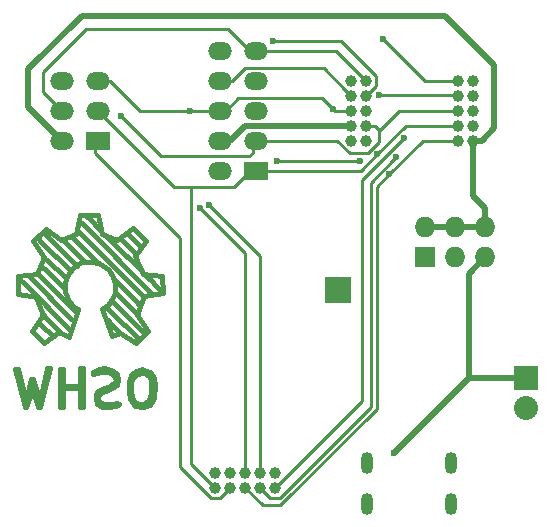
<source format=gbr>
G04 #@! TF.FileFunction,Copper,L2,Bot,Signal*
%FSLAX46Y46*%
G04 Gerber Fmt 4.6, Leading zero omitted, Abs format (unit mm)*
G04 Created by KiCad (PCBNEW (2015-05-09 BZR 5648)-product) date fre 07 aug 2015 21:35:44 CEST*
%MOMM*%
G01*
G04 APERTURE LIST*
%ADD10C,0.100000*%
%ADD11C,0.381000*%
%ADD12R,2.000000X1.500000*%
%ADD13O,2.000000X1.500000*%
%ADD14C,1.000000*%
%ADD15O,1.050000X1.850000*%
%ADD16R,1.727200X1.727200*%
%ADD17O,1.727200X1.727200*%
%ADD18R,2.032000X2.032000*%
%ADD19O,2.032000X2.032000*%
%ADD20R,2.235200X2.235200*%
%ADD21C,0.600000*%
%ADD22C,0.254000*%
%ADD23C,0.508000*%
G04 APERTURE END LIST*
D10*
D11*
X113990120Y-103662480D02*
X119890540Y-109562900D01*
X119590820Y-108262420D02*
X119090440Y-107762040D01*
X114990880Y-106662220D02*
X115290600Y-106961940D01*
X116989860Y-109661960D02*
X116791740Y-109461300D01*
X117990620Y-104663240D02*
X117789960Y-104462580D01*
X118491000Y-105161080D02*
X118889780Y-105562400D01*
X117490240Y-105161080D02*
X117190520Y-104861360D01*
X116489480Y-105161080D02*
X115991640Y-104663240D01*
X114490500Y-103162100D02*
X114289840Y-102961440D01*
X113990120Y-103662480D02*
X113690400Y-103362760D01*
X113990120Y-104663240D02*
X113489740Y-104162860D01*
X112491520Y-105161080D02*
X112389920Y-105062020D01*
X113489740Y-105161080D02*
X113090960Y-104762300D01*
X110990380Y-104663240D02*
X110690660Y-104360980D01*
X110490000Y-105161080D02*
X110190280Y-104861360D01*
X118491000Y-110162340D02*
X118790720Y-110462060D01*
X116989860Y-108661200D02*
X116690140Y-108361480D01*
X119090440Y-112661700D02*
X119291100Y-112862360D01*
X116989860Y-110662720D02*
X116489480Y-110162340D01*
X118491000Y-113162080D02*
X118691660Y-113362740D01*
X116489480Y-111163100D02*
X115991640Y-110662720D01*
X116489480Y-112161320D02*
X116090700Y-111762540D01*
X110990380Y-107662980D02*
X110490000Y-107162600D01*
X110490000Y-108160820D02*
X110190280Y-107861100D01*
X110990380Y-111660940D02*
X110591600Y-111262160D01*
X108991400Y-108661200D02*
X108590080Y-108262420D01*
X110490000Y-112161320D02*
X111490760Y-113162080D01*
X110990380Y-111660940D02*
X111991140Y-112661700D01*
X108991400Y-108661200D02*
X112989360Y-112661700D01*
X109489240Y-108160820D02*
X112989360Y-111660940D01*
X110490000Y-108160820D02*
X113489740Y-111163100D01*
X116489480Y-112161320D02*
X116989860Y-112661700D01*
X116489480Y-111163100D02*
X118491000Y-113162080D01*
X116989860Y-110662720D02*
X118991380Y-112661700D01*
X116989860Y-109661960D02*
X118491000Y-111163100D01*
X116989860Y-108661200D02*
X118491000Y-110162340D01*
X114490500Y-103162100D02*
X115491260Y-104162860D01*
X117990620Y-104663240D02*
X118491000Y-105161080D01*
X117490240Y-105161080D02*
X118491000Y-106161840D01*
X119491760Y-108160820D02*
X120489980Y-109161580D01*
X116489480Y-105161080D02*
X118991380Y-107662980D01*
X113990120Y-104663240D02*
X118991380Y-109661960D01*
X110990380Y-107662980D02*
X112491520Y-109161580D01*
X110990380Y-106662220D02*
X112491520Y-108160820D01*
X113489740Y-105161080D02*
X114990880Y-106662220D01*
X110490000Y-105161080D02*
X112989360Y-107662980D01*
X110990380Y-104663240D02*
X113489740Y-107162600D01*
X112491520Y-105161080D02*
X113990120Y-106662220D01*
X109689900Y-116961920D02*
X109689900Y-117561360D01*
X111191040Y-115862100D02*
X110390940Y-119161560D01*
X110390940Y-119161560D02*
X110190280Y-119161560D01*
X110190280Y-119161560D02*
X109791500Y-117762020D01*
X109791500Y-117762020D02*
X109689900Y-117762020D01*
X109689900Y-117762020D02*
X109189520Y-119161560D01*
X109189520Y-119161560D02*
X109090460Y-119161560D01*
X109090460Y-119161560D02*
X108290360Y-115961160D01*
X108290360Y-115961160D02*
X108491020Y-115961160D01*
X108491020Y-115961160D02*
X109189520Y-118562120D01*
X109189520Y-118562120D02*
X109590840Y-116761260D01*
X109590840Y-116761260D02*
X109791500Y-116761260D01*
X109791500Y-116761260D02*
X110390940Y-118562120D01*
X110390940Y-118562120D02*
X110990380Y-115862100D01*
X110990380Y-115862100D02*
X111191040Y-115862100D01*
X113891060Y-117363240D02*
X112389920Y-117363240D01*
X112389920Y-117363240D02*
X112389920Y-117561360D01*
X112389920Y-117561360D02*
X113789460Y-117561360D01*
X112290860Y-115961160D02*
X112290860Y-119161560D01*
X112290860Y-119161560D02*
X112090200Y-119161560D01*
X112090200Y-119161560D02*
X112090200Y-115961160D01*
X112090200Y-115961160D02*
X112290860Y-115961160D01*
X113789460Y-115862100D02*
X113891060Y-115862100D01*
X113990120Y-115862100D02*
X113990120Y-119161560D01*
X113990120Y-119161560D02*
X113789460Y-119161560D01*
X113789460Y-119161560D02*
X113789460Y-115862100D01*
X114889280Y-116161820D02*
X114990880Y-116062760D01*
X114990880Y-116062760D02*
X115389660Y-115961160D01*
X115389660Y-115961160D02*
X115890040Y-115862100D01*
X115890040Y-115862100D02*
X116591080Y-116062760D01*
X116591080Y-116062760D02*
X116890800Y-116362480D01*
X116890800Y-116362480D02*
X116989860Y-116862860D01*
X116989860Y-116862860D02*
X116890800Y-117261640D01*
X116890800Y-117261640D02*
X116489480Y-117561360D01*
X116489480Y-117561360D02*
X115991640Y-117762020D01*
X115991640Y-117762020D02*
X115590320Y-117861080D01*
X115590320Y-117861080D02*
X115389660Y-118061740D01*
X115389660Y-118061740D02*
X115290600Y-118361460D01*
X115290600Y-118361460D02*
X115389660Y-118661180D01*
X115389660Y-118661180D02*
X115689380Y-118861840D01*
X115689380Y-118861840D02*
X116090700Y-118861840D01*
X116090700Y-118861840D02*
X116591080Y-118861840D01*
X116591080Y-118861840D02*
X116890800Y-118762780D01*
X116890800Y-118762780D02*
X117091460Y-118861840D01*
X117091460Y-118861840D02*
X116791740Y-119062500D01*
X116791740Y-119062500D02*
X116189760Y-119161560D01*
X116189760Y-119161560D02*
X115590320Y-119161560D01*
X115590320Y-119161560D02*
X115191540Y-118861840D01*
X115191540Y-118861840D02*
X115089940Y-118361460D01*
X115089940Y-118361460D02*
X115089940Y-118061740D01*
X115089940Y-118061740D02*
X115290600Y-117762020D01*
X115290600Y-117762020D02*
X115790980Y-117561360D01*
X115790980Y-117561360D02*
X116291360Y-117363240D01*
X116291360Y-117363240D02*
X116690140Y-117060980D01*
X116690140Y-117060980D02*
X116791740Y-116761260D01*
X116791740Y-116761260D02*
X116591080Y-116461540D01*
X116591080Y-116461540D02*
X116189760Y-116161820D01*
X116189760Y-116161820D02*
X115590320Y-116161820D01*
X115590320Y-116161820D02*
X115191540Y-116260880D01*
X115191540Y-116260880D02*
X114889280Y-116362480D01*
X118991380Y-116260880D02*
X119291100Y-116260880D01*
X119291100Y-116260880D02*
X119689880Y-116563140D01*
X119689880Y-116563140D02*
X119791480Y-117060980D01*
X119791480Y-117060980D02*
X119791480Y-117861080D01*
X119791480Y-117861080D02*
X119689880Y-118361460D01*
X119689880Y-118361460D02*
X119491760Y-118661180D01*
X119491760Y-118661180D02*
X119090440Y-118861840D01*
X119090440Y-118861840D02*
X118691660Y-118861840D01*
X118691660Y-118861840D02*
X118290340Y-118562120D01*
X118290340Y-118562120D02*
X118089680Y-117861080D01*
X118089680Y-117861080D02*
X118089680Y-117060980D01*
X118089680Y-117060980D02*
X118290340Y-116662200D01*
X118290340Y-116662200D02*
X118491000Y-116461540D01*
X118491000Y-116461540D02*
X118889780Y-116260880D01*
X118991380Y-115961160D02*
X119390160Y-116062760D01*
X119390160Y-116062760D02*
X119689880Y-116161820D01*
X119689880Y-116161820D02*
X119989600Y-116662200D01*
X119989600Y-116662200D02*
X120091200Y-117261640D01*
X120091200Y-117261640D02*
X119989600Y-118361460D01*
X119989600Y-118361460D02*
X119689880Y-118960900D01*
X119689880Y-118960900D02*
X119090440Y-119161560D01*
X119090440Y-119161560D02*
X118389400Y-119062500D01*
X118389400Y-119062500D02*
X117990620Y-118463060D01*
X117990620Y-118463060D02*
X117891560Y-117762020D01*
X117891560Y-117762020D02*
X117891560Y-117060980D01*
X117891560Y-117060980D02*
X118089680Y-116461540D01*
X118089680Y-116461540D02*
X118491000Y-116062760D01*
X118491000Y-116062760D02*
X118991380Y-115961160D01*
X115590320Y-110863380D02*
X116090700Y-110462060D01*
X116090700Y-110462060D02*
X116489480Y-109961680D01*
X116489480Y-109961680D02*
X116690140Y-109461300D01*
X116690140Y-109461300D02*
X116690140Y-108762800D01*
X116690140Y-108762800D02*
X116588540Y-108163360D01*
X116588540Y-108163360D02*
X116189760Y-107561380D01*
X116189760Y-107561380D02*
X115389660Y-106961940D01*
X115389660Y-106961940D02*
X114589560Y-106862880D01*
X114589560Y-106862880D02*
X113888520Y-106862880D01*
X113888520Y-106862880D02*
X113190020Y-107363260D01*
X113190020Y-107363260D02*
X112689640Y-108061760D01*
X112689640Y-108061760D02*
X112488980Y-108661200D01*
X112488980Y-108661200D02*
X112488980Y-109362240D01*
X112488980Y-109362240D02*
X112788700Y-110162340D01*
X112788700Y-110162340D02*
X113289080Y-110662720D01*
X113289080Y-110662720D02*
X113588800Y-110863380D01*
X113588800Y-110962440D02*
X112839500Y-113212880D01*
X112839500Y-113212880D02*
X111988600Y-112763300D01*
X111988600Y-112763300D02*
X110690660Y-113761520D01*
X110690660Y-113761520D02*
X109689900Y-112661700D01*
X109689900Y-112661700D02*
X110589060Y-111361220D01*
X110589060Y-111361220D02*
X110088680Y-110063280D01*
X110088680Y-110063280D02*
X110088680Y-109862620D01*
X110088680Y-109862620D02*
X108488480Y-109562900D01*
X108488480Y-109562900D02*
X108488480Y-108061760D01*
X108488480Y-108061760D02*
X110088680Y-107863640D01*
X110088680Y-107863640D02*
X110690660Y-106461560D01*
X110690660Y-106461560D02*
X109788960Y-105062020D01*
X109788960Y-105062020D02*
X110888780Y-104061260D01*
X110888780Y-104061260D02*
X112189260Y-104962960D01*
X112189260Y-104962960D02*
X113390680Y-104462580D01*
X113390680Y-104462580D02*
X113789460Y-102862380D01*
X113789460Y-102862380D02*
X115290600Y-102862380D01*
X115290600Y-102862380D02*
X115590320Y-104462580D01*
X115590320Y-104462580D02*
X116890800Y-104962960D01*
X116890800Y-104962960D02*
X118290340Y-103962200D01*
X118290340Y-103962200D02*
X119390160Y-105062020D01*
X119390160Y-105062020D02*
X118389400Y-106362500D01*
X118389400Y-106362500D02*
X119090440Y-107863640D01*
X119090440Y-107863640D02*
X120690640Y-108061760D01*
X120690640Y-108061760D02*
X120789700Y-109461300D01*
X120789700Y-109461300D02*
X119189500Y-109763560D01*
X119189500Y-109763560D02*
X118590060Y-111361220D01*
X118590060Y-111361220D02*
X119489220Y-112661700D01*
X119489220Y-112661700D02*
X118488460Y-113761520D01*
X118488460Y-113761520D02*
X117190520Y-112862360D01*
X117190520Y-112862360D02*
X116489480Y-113162080D01*
X116489480Y-113162080D02*
X115590320Y-110863380D01*
D12*
X115261200Y-96596200D03*
D13*
X112221200Y-96596200D03*
X115261200Y-94056200D03*
X112221200Y-94056200D03*
X115261200Y-91516200D03*
X112221200Y-91516200D03*
X128647000Y-88976200D03*
X125607000Y-88976200D03*
X125607000Y-91516200D03*
X128647000Y-91516200D03*
D12*
X128647000Y-99136200D03*
D13*
X125607000Y-99136200D03*
X128647000Y-96596200D03*
X125607000Y-96596200D03*
X128647000Y-94056200D03*
X125607000Y-94056200D03*
D14*
X125222000Y-124714000D03*
X125222000Y-125984000D03*
X126492000Y-124714000D03*
X126492000Y-125984000D03*
X127762000Y-124714000D03*
X127762000Y-125984000D03*
X129032000Y-124714000D03*
X129032000Y-125984000D03*
X130302000Y-124714000D03*
X130302000Y-125984000D03*
X145796000Y-96596200D03*
X147066000Y-96596200D03*
X145796000Y-95326200D03*
X147066000Y-95326200D03*
X145796000Y-94056200D03*
X147066000Y-94056200D03*
X145796000Y-92786200D03*
X147066000Y-92786200D03*
X145796000Y-91516200D03*
X147066000Y-91516200D03*
X136728200Y-96596200D03*
X137998200Y-96596200D03*
X136728200Y-95326200D03*
X137998200Y-95326200D03*
X136728200Y-94056200D03*
X137998200Y-94056200D03*
X136728200Y-92786200D03*
X137998200Y-92786200D03*
X136728200Y-91516200D03*
X137998200Y-91516200D03*
D15*
X138042700Y-127310500D03*
X145192700Y-127310500D03*
X138042700Y-123860500D03*
X145192700Y-123860500D03*
D16*
X142996920Y-106441240D03*
D17*
X142996920Y-103901240D03*
X145536920Y-106441240D03*
X145536920Y-103901240D03*
X148076920Y-106441240D03*
X148076920Y-103901240D03*
D18*
X151521160Y-116720620D03*
D19*
X151521160Y-119260620D03*
D20*
X135610600Y-109232700D03*
D21*
X117236240Y-94493080D03*
X138931847Y-97745747D03*
X139049760Y-92755720D03*
X141208760Y-96342200D03*
X139415520Y-87939880D03*
X135144970Y-93869970D03*
X123962160Y-102326440D03*
X123096751Y-94056200D03*
X137452100Y-98280510D03*
X130475010Y-98280510D03*
X139958042Y-99431878D03*
X130086100Y-88150700D03*
X140551806Y-97964808D03*
X124690328Y-102018764D03*
X140309600Y-123073160D03*
D22*
X139115800Y-95719900D02*
X138722100Y-95326200D01*
X138722100Y-95326200D02*
X137998200Y-95326200D01*
X139115800Y-95719900D02*
X139123420Y-95719900D01*
X139123420Y-95719900D02*
X140792200Y-94051120D01*
X140797280Y-94056200D02*
X145796000Y-94056200D01*
X140792200Y-94051120D02*
X140797280Y-94056200D01*
X128397000Y-97600200D02*
X128085280Y-97911920D01*
X128397000Y-96596200D02*
X128397000Y-97600200D01*
X120655080Y-97911920D02*
X117236240Y-94493080D01*
X128085280Y-97911920D02*
X120655080Y-97911920D01*
X139115800Y-96688502D02*
X139115800Y-95719900D01*
X136585098Y-97663000D02*
X138141302Y-97663000D01*
X138141302Y-97663000D02*
X139115800Y-96688502D01*
X135518298Y-96596200D02*
X136585098Y-97663000D01*
X128397000Y-96596200D02*
X135518298Y-96596200D01*
X126431902Y-125984000D02*
X126492000Y-125984000D01*
X125614401Y-126801501D02*
X126431902Y-125984000D01*
X124829599Y-126801501D02*
X125614401Y-126801501D01*
X122260360Y-124232262D02*
X124829599Y-126801501D01*
X122260360Y-104849360D02*
X122260360Y-124232262D01*
X115011200Y-97600200D02*
X122260360Y-104849360D01*
X115011200Y-96596200D02*
X115011200Y-97600200D01*
D23*
X136021094Y-95326200D02*
X136728200Y-95326200D01*
X127727708Y-95326200D02*
X136021094Y-95326200D01*
X126457708Y-96596200D02*
X127727708Y-95326200D01*
X125857000Y-96596200D02*
X126457708Y-96596200D01*
X112221200Y-96596200D02*
X109352080Y-93727080D01*
X112471200Y-96596200D02*
X112221200Y-96596200D01*
X109352080Y-93727080D02*
X109352080Y-90556080D01*
X109352080Y-90556080D02*
X113898680Y-86009480D01*
X113898680Y-86009480D02*
X144693640Y-86009480D01*
X144693640Y-86009480D02*
X148828760Y-90144600D01*
X147773106Y-96596200D02*
X147066000Y-96596200D01*
X148828760Y-95540546D02*
X147773106Y-96596200D01*
X148828760Y-90144600D02*
X148828760Y-95540546D01*
X142996920Y-103901240D02*
X145536920Y-103901240D01*
X148076920Y-103901240D02*
X145536920Y-103901240D01*
X147066000Y-96596200D02*
X147066000Y-101315520D01*
X148076920Y-102326440D02*
X148076920Y-103901240D01*
X147066000Y-101315520D02*
X148076920Y-102326440D01*
D22*
X115011200Y-94056200D02*
X115261200Y-94056200D01*
X137541394Y-99136200D02*
X138931847Y-97745747D01*
X128397000Y-99136200D02*
X137541394Y-99136200D01*
X118899086Y-97694086D02*
X118899086Y-97702786D01*
X115261200Y-94056200D02*
X118899086Y-97694086D01*
X118899086Y-97702786D02*
X121691400Y-100495100D01*
X128147000Y-99136200D02*
X128397000Y-99136200D01*
X126788100Y-100495100D02*
X128147000Y-99136200D01*
X141351394Y-95326200D02*
X145796000Y-95326200D01*
X138931847Y-97745747D02*
X141351394Y-95326200D01*
X123195080Y-123957080D02*
X123195080Y-100551369D01*
X125222000Y-125984000D02*
X123195080Y-123957080D01*
X123195080Y-100551369D02*
X123251349Y-100495100D01*
X123251349Y-100495100D02*
X126788100Y-100495100D01*
X121691400Y-100495100D02*
X123251349Y-100495100D01*
X128147000Y-88976200D02*
X128397000Y-88976200D01*
X110604300Y-90766900D02*
X114274600Y-87096600D01*
X112221200Y-94056200D02*
X110604300Y-92439300D01*
X126267400Y-87096600D02*
X128147000Y-88976200D01*
X114274600Y-87096600D02*
X126267400Y-87096600D01*
X110604300Y-92439300D02*
X110604300Y-90766900D01*
X112471200Y-94056200D02*
X112221200Y-94056200D01*
X135458200Y-88976200D02*
X137998200Y-91516200D01*
X128397000Y-88976200D02*
X135458200Y-88976200D01*
X145765520Y-92755720D02*
X145796000Y-92786200D01*
X139049760Y-92755720D02*
X145765520Y-92755720D01*
X137627360Y-99923600D02*
X141208760Y-96342200D01*
X137627360Y-118658640D02*
X137627360Y-99923600D01*
X130302000Y-125984000D02*
X137627360Y-118658640D01*
X116265200Y-91516200D02*
X118805200Y-94056200D01*
X115011200Y-91516200D02*
X116265200Y-91516200D01*
X135331200Y-94056200D02*
X136728200Y-94056200D01*
X127174510Y-92988690D02*
X134263690Y-92988690D01*
X126107000Y-94056200D02*
X127174510Y-92988690D01*
X125857000Y-94056200D02*
X126107000Y-94056200D01*
X142991840Y-91516200D02*
X139415520Y-87939880D01*
X145796000Y-91516200D02*
X142991840Y-91516200D01*
X135144970Y-93869970D02*
X135331200Y-94056200D01*
X134263690Y-92988690D02*
X135144970Y-93869970D01*
X127762000Y-106126280D02*
X123962160Y-102326440D01*
X127762000Y-124714000D02*
X127762000Y-106126280D01*
X123118880Y-94078329D02*
X123096751Y-94056200D01*
X123096751Y-94056200D02*
X125857000Y-94056200D01*
X118805200Y-94056200D02*
X123096751Y-94056200D01*
X130475010Y-98280510D02*
X137452100Y-98280510D01*
X142793720Y-96596200D02*
X145796000Y-96596200D01*
X139958042Y-99431878D02*
X142793720Y-96596200D01*
X138885210Y-100504710D02*
X139958042Y-99431878D01*
X138885210Y-119289061D02*
X138885210Y-100504710D01*
X130732311Y-127441960D02*
X138885210Y-119289061D01*
X129219960Y-127441960D02*
X130732311Y-127441960D01*
X127762000Y-125984000D02*
X129219960Y-127441960D01*
X135842602Y-88150700D02*
X130086100Y-88150700D01*
X138815701Y-91123799D02*
X135842602Y-88150700D01*
X138815701Y-91968699D02*
X138815701Y-91123799D01*
X137998200Y-92786200D02*
X138815701Y-91968699D01*
X138358880Y-100157734D02*
X140251807Y-98264807D01*
X138358880Y-119137022D02*
X138358880Y-100157734D01*
X140251807Y-98264807D02*
X140551806Y-97964808D01*
X130694401Y-126801501D02*
X138358880Y-119137022D01*
X129849501Y-126801501D02*
X130694401Y-126801501D01*
X129032000Y-125984000D02*
X129849501Y-126801501D01*
X134390690Y-90448690D02*
X136228201Y-92286201D01*
X127704823Y-90448690D02*
X134390690Y-90448690D01*
X136228201Y-92286201D02*
X136728200Y-92786200D01*
X126637313Y-91516200D02*
X127704823Y-90448690D01*
X125857000Y-91516200D02*
X126637313Y-91516200D01*
X129032000Y-106360436D02*
X124690328Y-102018764D01*
X129032000Y-124714000D02*
X129032000Y-106360436D01*
D23*
X146662140Y-116720620D02*
X151521160Y-116720620D01*
X140309600Y-123073160D02*
X146662140Y-116720620D01*
X146662140Y-107856020D02*
X148076920Y-106441240D01*
X146662140Y-116720620D02*
X146662140Y-107856020D01*
M02*

</source>
